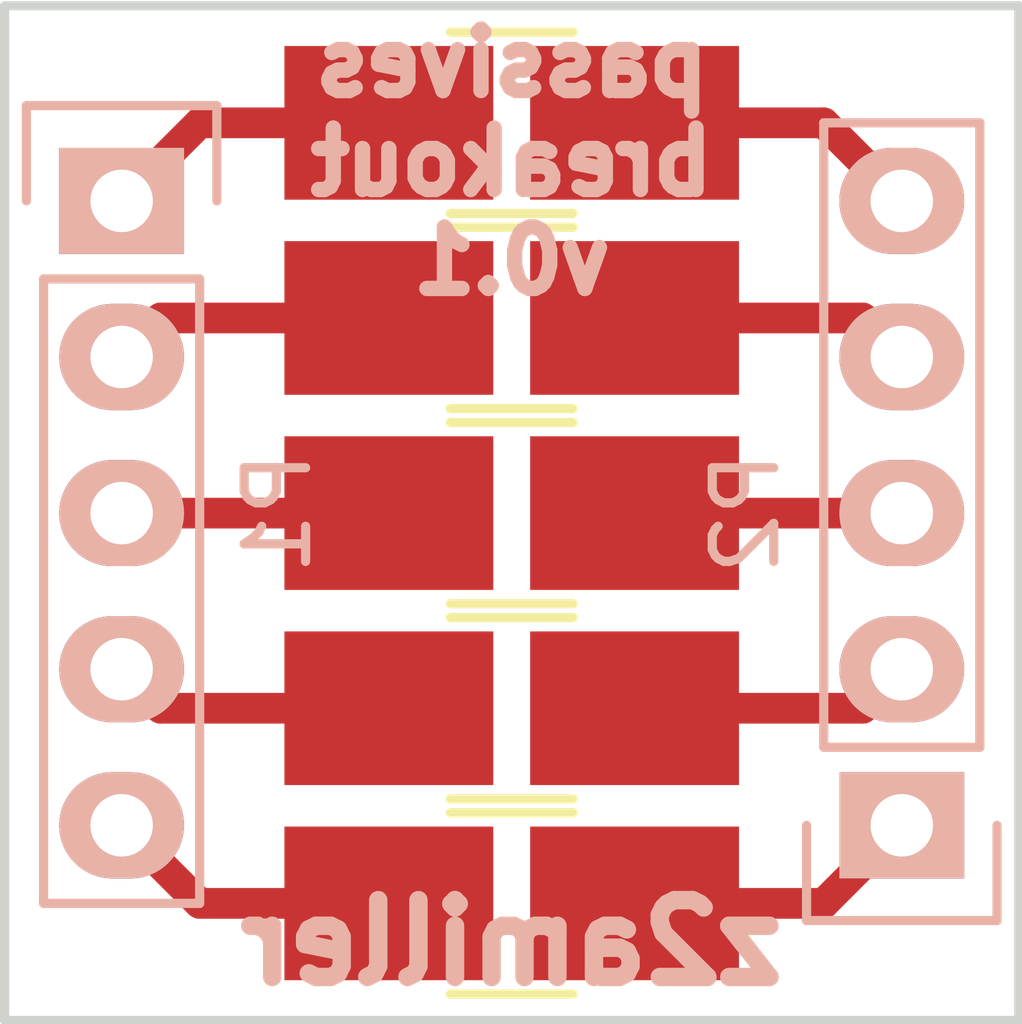
<source format=kicad_pcb>
(kicad_pcb (version 4) (host pcbnew "(2015-10-28 BZR 6285)-product")

  (general
    (links 10)
    (no_connects 0)
    (area 195.551667 81.265 218.468334 100.595)
    (thickness 1.6)
    (drawings 7)
    (tracks 18)
    (zones 0)
    (modules 7)
    (nets 11)
  )

  (page A4)
  (layers
    (0 F.Cu signal)
    (31 B.Cu signal)
    (32 B.Adhes user)
    (33 F.Adhes user)
    (34 B.Paste user)
    (35 F.Paste user)
    (36 B.SilkS user)
    (37 F.SilkS user)
    (38 B.Mask user)
    (39 F.Mask user)
    (40 Dwgs.User user)
    (41 Cmts.User user)
    (42 Eco1.User user)
    (43 Eco2.User user)
    (44 Edge.Cuts user)
    (45 Margin user)
    (46 B.CrtYd user)
    (47 F.CrtYd user)
    (48 B.Fab user)
    (49 F.Fab user)
  )

  (setup
    (last_trace_width 0.25)
    (trace_clearance 0.2)
    (zone_clearance 0.508)
    (zone_45_only no)
    (trace_min 0.2)
    (segment_width 0.2)
    (edge_width 0.15)
    (via_size 0.6)
    (via_drill 0.4)
    (via_min_size 0.4)
    (via_min_drill 0.3)
    (uvia_size 0.3)
    (uvia_drill 0.1)
    (uvias_allowed no)
    (uvia_min_size 0.2)
    (uvia_min_drill 0.1)
    (pcb_text_width 0.3)
    (pcb_text_size 1.5 1.5)
    (mod_edge_width 0.15)
    (mod_text_size 1 1)
    (mod_text_width 0.15)
    (pad_size 3.2 2.5)
    (pad_drill 0)
    (pad_to_mask_clearance 0.2)
    (aux_axis_origin 0 0)
    (grid_origin 200.66 100.33)
    (visible_elements FFFFFF7F)
    (pcbplotparams
      (layerselection 0x010f0_80000001)
      (usegerberextensions true)
      (excludeedgelayer true)
      (linewidth 0.100000)
      (plotframeref false)
      (viasonmask false)
      (mode 1)
      (useauxorigin false)
      (hpglpennumber 1)
      (hpglpenspeed 20)
      (hpglpendiameter 15)
      (hpglpenoverlay 2)
      (psnegative false)
      (psa4output false)
      (plotreference true)
      (plotvalue true)
      (plotinvisibletext false)
      (padsonsilk false)
      (subtractmaskfromsilk false)
      (outputformat 1)
      (mirror false)
      (drillshape 0)
      (scaleselection 1)
      (outputdirectory gerber))
  )

  (net 0 "")
  (net 1 "Net-(P1-Pad1)")
  (net 2 "Net-(P1-Pad2)")
  (net 3 "Net-(P1-Pad3)")
  (net 4 "Net-(P1-Pad4)")
  (net 5 "Net-(P1-Pad5)")
  (net 6 "Net-(P2-Pad1)")
  (net 7 "Net-(P2-Pad2)")
  (net 8 "Net-(P2-Pad3)")
  (net 9 "Net-(P2-Pad4)")
  (net 10 "Net-(P2-Pad5)")

  (net_class Default "This is the default net class."
    (clearance 0.2)
    (trace_width 0.25)
    (via_dia 0.6)
    (via_drill 0.4)
    (uvia_dia 0.3)
    (uvia_drill 0.1)
  )

  (net_class thick ""
    (clearance 0.2)
    (trace_width 0.5)
    (via_dia 0.6)
    (via_drill 0.4)
    (uvia_dia 0.3)
    (uvia_drill 0.1)
    (add_net "Net-(P1-Pad1)")
    (add_net "Net-(P1-Pad2)")
    (add_net "Net-(P1-Pad3)")
    (add_net "Net-(P1-Pad4)")
    (add_net "Net-(P1-Pad5)")
    (add_net "Net-(P2-Pad1)")
    (add_net "Net-(P2-Pad2)")
    (add_net "Net-(P2-Pad3)")
    (add_net "Net-(P2-Pad4)")
    (add_net "Net-(P2-Pad5)")
  )

  (module Pin_Headers:Pin_Header_Straight_1x05 (layer B.Cu) (tedit 5649619C) (tstamp 564956B8)
    (at 200.66 86.36 180)
    (descr "Through hole pin header")
    (tags "pin header")
    (path /56495645)
    (fp_text reference P1 (at -2.54 -5.08 450) (layer B.SilkS)
      (effects (font (size 1 1) (thickness 0.15)) (justify mirror))
    )
    (fp_text value CONN_01X05 (at 0 3.1 180) (layer B.Fab) hide
      (effects (font (size 1 1) (thickness 0.15)) (justify mirror))
    )
    (fp_line (start -1.55 0) (end -1.55 1.55) (layer B.SilkS) (width 0.15))
    (fp_line (start -1.55 1.55) (end 1.55 1.55) (layer B.SilkS) (width 0.15))
    (fp_line (start 1.55 1.55) (end 1.55 0) (layer B.SilkS) (width 0.15))
    (fp_line (start -1.75 1.75) (end -1.75 -11.95) (layer B.CrtYd) (width 0.05))
    (fp_line (start 1.75 1.75) (end 1.75 -11.95) (layer B.CrtYd) (width 0.05))
    (fp_line (start -1.75 1.75) (end 1.75 1.75) (layer B.CrtYd) (width 0.05))
    (fp_line (start -1.75 -11.95) (end 1.75 -11.95) (layer B.CrtYd) (width 0.05))
    (fp_line (start 1.27 -1.27) (end 1.27 -11.43) (layer B.SilkS) (width 0.15))
    (fp_line (start 1.27 -11.43) (end -1.27 -11.43) (layer B.SilkS) (width 0.15))
    (fp_line (start -1.27 -11.43) (end -1.27 -1.27) (layer B.SilkS) (width 0.15))
    (fp_line (start 1.27 -1.27) (end -1.27 -1.27) (layer B.SilkS) (width 0.15))
    (pad 1 thru_hole rect (at 0 0 180) (size 2.032 1.7272) (drill 1.016) (layers *.Cu *.Mask B.SilkS)
      (net 1 "Net-(P1-Pad1)"))
    (pad 2 thru_hole oval (at 0 -2.54 180) (size 2.032 1.7272) (drill 1.016) (layers *.Cu *.Mask B.SilkS)
      (net 2 "Net-(P1-Pad2)"))
    (pad 3 thru_hole oval (at 0 -5.08 180) (size 2.032 1.7272) (drill 1.016) (layers *.Cu *.Mask B.SilkS)
      (net 3 "Net-(P1-Pad3)"))
    (pad 4 thru_hole oval (at 0 -7.62 180) (size 2.032 1.7272) (drill 1.016) (layers *.Cu *.Mask B.SilkS)
      (net 4 "Net-(P1-Pad4)"))
    (pad 5 thru_hole oval (at 0 -10.16 180) (size 2.032 1.7272) (drill 1.016) (layers *.Cu *.Mask B.SilkS)
      (net 5 "Net-(P1-Pad5)"))
    (model Pin_Headers.3dshapes/Pin_Header_Straight_1x05.wrl
      (at (xyz 0 -0.2 0))
      (scale (xyz 1 1 1))
      (rotate (xyz 0 0 90))
    )
  )

  (module Pin_Headers:Pin_Header_Straight_1x05 (layer B.Cu) (tedit 564961A3) (tstamp 564956C1)
    (at 213.36 96.52)
    (descr "Through hole pin header")
    (tags "pin header")
    (path /56495613)
    (fp_text reference P2 (at -2.54 -5.08 270) (layer B.SilkS)
      (effects (font (size 1 1) (thickness 0.15)) (justify mirror))
    )
    (fp_text value CONN_01X05 (at 0 3.1) (layer B.Fab) hide
      (effects (font (size 1 1) (thickness 0.15)) (justify mirror))
    )
    (fp_line (start -1.55 0) (end -1.55 1.55) (layer B.SilkS) (width 0.15))
    (fp_line (start -1.55 1.55) (end 1.55 1.55) (layer B.SilkS) (width 0.15))
    (fp_line (start 1.55 1.55) (end 1.55 0) (layer B.SilkS) (width 0.15))
    (fp_line (start -1.75 1.75) (end -1.75 -11.95) (layer B.CrtYd) (width 0.05))
    (fp_line (start 1.75 1.75) (end 1.75 -11.95) (layer B.CrtYd) (width 0.05))
    (fp_line (start -1.75 1.75) (end 1.75 1.75) (layer B.CrtYd) (width 0.05))
    (fp_line (start -1.75 -11.95) (end 1.75 -11.95) (layer B.CrtYd) (width 0.05))
    (fp_line (start 1.27 -1.27) (end 1.27 -11.43) (layer B.SilkS) (width 0.15))
    (fp_line (start 1.27 -11.43) (end -1.27 -11.43) (layer B.SilkS) (width 0.15))
    (fp_line (start -1.27 -11.43) (end -1.27 -1.27) (layer B.SilkS) (width 0.15))
    (fp_line (start 1.27 -1.27) (end -1.27 -1.27) (layer B.SilkS) (width 0.15))
    (pad 1 thru_hole rect (at 0 0) (size 2.032 1.7272) (drill 1.016) (layers *.Cu *.Mask B.SilkS)
      (net 6 "Net-(P2-Pad1)"))
    (pad 2 thru_hole oval (at 0 -2.54) (size 2.032 1.7272) (drill 1.016) (layers *.Cu *.Mask B.SilkS)
      (net 7 "Net-(P2-Pad2)"))
    (pad 3 thru_hole oval (at 0 -5.08) (size 2.032 1.7272) (drill 1.016) (layers *.Cu *.Mask B.SilkS)
      (net 8 "Net-(P2-Pad3)"))
    (pad 4 thru_hole oval (at 0 -7.62) (size 2.032 1.7272) (drill 1.016) (layers *.Cu *.Mask B.SilkS)
      (net 9 "Net-(P2-Pad4)"))
    (pad 5 thru_hole oval (at 0 -10.16) (size 2.032 1.7272) (drill 1.016) (layers *.Cu *.Mask B.SilkS)
      (net 10 "Net-(P2-Pad5)"))
    (model Pin_Headers.3dshapes/Pin_Header_Straight_1x05.wrl
      (at (xyz 0 -0.2 0))
      (scale (xyz 1 1 1))
      (rotate (xyz 0 0 90))
    )
  )

  (module Resistors_SMD:R_1210_HandSoldering (layer F.Cu) (tedit 5649618A) (tstamp 564956C7)
    (at 207.01 97.79 180)
    (descr "Resistor SMD 1210, hand soldering")
    (tags "resistor 1210")
    (path /56495682)
    (attr smd)
    (fp_text reference R1 (at 0 -0.635 180) (layer F.SilkS) hide
      (effects (font (size 1 1) (thickness 0.15)))
    )
    (fp_text value R_Small (at 0 2.7 180) (layer F.Fab) hide
      (effects (font (size 1 1) (thickness 0.15)))
    )
    (fp_line (start -3.3 -1.6) (end 3.3 -1.6) (layer F.CrtYd) (width 0.05))
    (fp_line (start -3.3 1.6) (end 3.3 1.6) (layer F.CrtYd) (width 0.05))
    (fp_line (start -3.3 -1.6) (end -3.3 1.6) (layer F.CrtYd) (width 0.05))
    (fp_line (start 3.3 -1.6) (end 3.3 1.6) (layer F.CrtYd) (width 0.05))
    (fp_line (start 1 1.475) (end -1 1.475) (layer F.SilkS) (width 0.15))
    (fp_line (start -1 -1.475) (end 1 -1.475) (layer F.SilkS) (width 0.15))
    (pad 1 smd rect (at -2 0 180) (size 3.4 2.5) (layers F.Cu F.Paste F.Mask)
      (net 6 "Net-(P2-Pad1)"))
    (pad 2 smd rect (at 2 0 180) (size 3.4 2.5) (layers F.Cu F.Paste F.Mask)
      (net 5 "Net-(P1-Pad5)"))
    (model Resistors_SMD.3dshapes/R_1210_HandSoldering.wrl
      (at (xyz 0 0 0))
      (scale (xyz 1 1 1))
      (rotate (xyz 0 0 0))
    )
  )

  (module Resistors_SMD:R_1210_HandSoldering (layer F.Cu) (tedit 5649617A) (tstamp 564956CD)
    (at 207.01 94.615 180)
    (descr "Resistor SMD 1210, hand soldering")
    (tags "resistor 1210")
    (path /564956C8)
    (attr smd)
    (fp_text reference R2 (at 0 -0.635 180) (layer F.SilkS) hide
      (effects (font (size 1 1) (thickness 0.15)))
    )
    (fp_text value R_Small (at 0 2.7 180) (layer F.Fab) hide
      (effects (font (size 1 1) (thickness 0.15)))
    )
    (fp_line (start -3.3 -1.6) (end 3.3 -1.6) (layer F.CrtYd) (width 0.05))
    (fp_line (start -3.3 1.6) (end 3.3 1.6) (layer F.CrtYd) (width 0.05))
    (fp_line (start -3.3 -1.6) (end -3.3 1.6) (layer F.CrtYd) (width 0.05))
    (fp_line (start 3.3 -1.6) (end 3.3 1.6) (layer F.CrtYd) (width 0.05))
    (fp_line (start 1 1.475) (end -1 1.475) (layer F.SilkS) (width 0.15))
    (fp_line (start -1 -1.475) (end 1 -1.475) (layer F.SilkS) (width 0.15))
    (pad 1 smd rect (at -2 0 180) (size 3.4 2.5) (layers F.Cu F.Paste F.Mask)
      (net 7 "Net-(P2-Pad2)"))
    (pad 2 smd rect (at 2 0 180) (size 3.4 2.5) (layers F.Cu F.Paste F.Mask)
      (net 4 "Net-(P1-Pad4)"))
    (model Resistors_SMD.3dshapes/R_1210_HandSoldering.wrl
      (at (xyz 0 0 0))
      (scale (xyz 1 1 1))
      (rotate (xyz 0 0 0))
    )
  )

  (module Resistors_SMD:R_1210_HandSoldering (layer F.Cu) (tedit 5649616F) (tstamp 564956D3)
    (at 207.01 91.44 180)
    (descr "Resistor SMD 1210, hand soldering")
    (tags "resistor 1210")
    (path /564956F6)
    (attr smd)
    (fp_text reference R3 (at 0 -0.635 180) (layer F.SilkS) hide
      (effects (font (size 1 1) (thickness 0.15)))
    )
    (fp_text value R_Small (at 0 2.7 180) (layer F.Fab) hide
      (effects (font (size 1 1) (thickness 0.15)))
    )
    (fp_line (start -3.3 -1.6) (end 3.3 -1.6) (layer F.CrtYd) (width 0.05))
    (fp_line (start -3.3 1.6) (end 3.3 1.6) (layer F.CrtYd) (width 0.05))
    (fp_line (start -3.3 -1.6) (end -3.3 1.6) (layer F.CrtYd) (width 0.05))
    (fp_line (start 3.3 -1.6) (end 3.3 1.6) (layer F.CrtYd) (width 0.05))
    (fp_line (start 1 1.475) (end -1 1.475) (layer F.SilkS) (width 0.15))
    (fp_line (start -1 -1.475) (end 1 -1.475) (layer F.SilkS) (width 0.15))
    (pad 1 smd rect (at -2 0 180) (size 3.4 2.5) (layers F.Cu F.Paste F.Mask)
      (net 8 "Net-(P2-Pad3)"))
    (pad 2 smd rect (at 2 0 180) (size 3.4 2.5) (layers F.Cu F.Paste F.Mask)
      (net 3 "Net-(P1-Pad3)"))
    (model Resistors_SMD.3dshapes/R_1210_HandSoldering.wrl
      (at (xyz 0 0 0))
      (scale (xyz 1 1 1))
      (rotate (xyz 0 0 0))
    )
  )

  (module Resistors_SMD:R_1210_HandSoldering (layer F.Cu) (tedit 56496157) (tstamp 564956D9)
    (at 207.01 88.265 180)
    (descr "Resistor SMD 1210, hand soldering")
    (tags "resistor 1210")
    (path /5649571A)
    (attr smd)
    (fp_text reference R4 (at 0 -0.635 180) (layer F.SilkS) hide
      (effects (font (size 1 1) (thickness 0.15)))
    )
    (fp_text value R_Small (at 0 2.7 180) (layer F.Fab) hide
      (effects (font (size 1 1) (thickness 0.15)))
    )
    (fp_line (start -3.3 -1.6) (end 3.3 -1.6) (layer F.CrtYd) (width 0.05))
    (fp_line (start -3.3 1.6) (end 3.3 1.6) (layer F.CrtYd) (width 0.05))
    (fp_line (start -3.3 -1.6) (end -3.3 1.6) (layer F.CrtYd) (width 0.05))
    (fp_line (start 3.3 -1.6) (end 3.3 1.6) (layer F.CrtYd) (width 0.05))
    (fp_line (start 1 1.475) (end -1 1.475) (layer F.SilkS) (width 0.15))
    (fp_line (start -1 -1.475) (end 1 -1.475) (layer F.SilkS) (width 0.15))
    (pad 1 smd rect (at -2 0 180) (size 3.4 2.5) (layers F.Cu F.Paste F.Mask)
      (net 9 "Net-(P2-Pad4)"))
    (pad 2 smd rect (at 2 0 180) (size 3.4 2.5) (layers F.Cu F.Paste F.Mask)
      (net 2 "Net-(P1-Pad2)"))
    (model Resistors_SMD.3dshapes/R_1210_HandSoldering.wrl
      (at (xyz 0 0 0))
      (scale (xyz 1 1 1))
      (rotate (xyz 0 0 0))
    )
  )

  (module Resistors_SMD:R_1210_HandSoldering (layer F.Cu) (tedit 56496432) (tstamp 564956DF)
    (at 207.01 85.09 180)
    (descr "Resistor SMD 1210, hand soldering")
    (tags "resistor 1210")
    (path /5649573E)
    (attr smd)
    (fp_text reference R5 (at 0 -0.635 180) (layer F.SilkS) hide
      (effects (font (size 1 1) (thickness 0.15)))
    )
    (fp_text value R_Small (at 0 2.7 180) (layer F.Fab) hide
      (effects (font (size 1 1) (thickness 0.15)))
    )
    (fp_line (start -3.3 -1.6) (end 3.3 -1.6) (layer F.CrtYd) (width 0.05))
    (fp_line (start -3.3 1.6) (end 3.3 1.6) (layer F.CrtYd) (width 0.05))
    (fp_line (start -3.3 -1.6) (end -3.3 1.6) (layer F.CrtYd) (width 0.05))
    (fp_line (start 3.3 -1.6) (end 3.3 1.6) (layer F.CrtYd) (width 0.05))
    (fp_line (start 1 1.475) (end -1 1.475) (layer F.SilkS) (width 0.15))
    (fp_line (start -1 -1.475) (end 1 -1.475) (layer F.SilkS) (width 0.15))
    (pad 1 smd rect (at -2 0 180) (size 3.4 2.5) (layers F.Cu F.Paste F.Mask)
      (net 10 "Net-(P2-Pad5)"))
    (pad 2 smd rect (at 2 0 180) (size 3.4 2.5) (layers F.Cu F.Paste F.Mask)
      (net 1 "Net-(P1-Pad1)"))
    (model Resistors_SMD.3dshapes/R_1210_HandSoldering.wrl
      (at (xyz 0 0 0))
      (scale (xyz 1 1 1))
      (rotate (xyz 0 0 0))
    )
  )

  (gr_text "passives\nbreakout\nv0.1" (at 207.01 85.725) (layer B.SilkS)
    (effects (font (size 1 1) (thickness 0.25)) (justify mirror))
  )
  (gr_text z2amiller (at 207.01 98.425) (layer B.SilkS)
    (effects (font (size 1.25 1.25) (thickness 0.3)) (justify mirror))
  )
  (gr_line (start 215.265 83.185) (end 215.265 83.82) (angle 90) (layer Edge.Cuts) (width 0.15))
  (gr_line (start 198.755 83.185) (end 215.265 83.185) (angle 90) (layer Edge.Cuts) (width 0.15))
  (gr_line (start 198.755 99.695) (end 198.755 83.185) (angle 90) (layer Edge.Cuts) (width 0.15))
  (gr_line (start 215.265 99.695) (end 198.755 99.695) (angle 90) (layer Edge.Cuts) (width 0.15))
  (gr_line (start 215.265 83.82) (end 215.265 99.695) (angle 90) (layer Edge.Cuts) (width 0.15))

  (segment (start 200.66 86.36) (end 201.93 85.09) (width 0.5) (layer F.Cu) (net 1) (status 400010))
  (segment (start 201.93 85.09) (end 205.01 85.09) (width 0.5) (layer F.Cu) (net 1) (tstamp 564962A1) (status 800020))
  (segment (start 200.66 88.9) (end 201.295 88.265) (width 0.5) (layer F.Cu) (net 2) (status C00030))
  (segment (start 201.295 88.265) (end 205.01 88.265) (width 0.5) (layer F.Cu) (net 2) (tstamp 564962A4) (status C00030))
  (segment (start 200.66 91.44) (end 205.01 91.44) (width 0.5) (layer F.Cu) (net 3) (status C00030))
  (segment (start 200.66 93.98) (end 201.295 94.615) (width 0.5) (layer F.Cu) (net 4) (status C00030))
  (segment (start 201.295 94.615) (end 205.01 94.615) (width 0.5) (layer F.Cu) (net 4) (tstamp 564962A9) (status C00030))
  (segment (start 200.66 96.52) (end 201.93 97.79) (width 0.5) (layer F.Cu) (net 5) (status 400010))
  (segment (start 201.93 97.79) (end 205.01 97.79) (width 0.5) (layer F.Cu) (net 5) (tstamp 564962AC) (status 800020))
  (segment (start 213.36 96.52) (end 212.09 97.79) (width 0.5) (layer F.Cu) (net 6) (status 400010))
  (segment (start 212.09 97.79) (end 209.01 97.79) (width 0.5) (layer F.Cu) (net 6) (tstamp 564962BA) (status 800020))
  (segment (start 213.36 93.98) (end 212.725 94.615) (width 0.5) (layer F.Cu) (net 7) (status C00030))
  (segment (start 212.725 94.615) (end 209.01 94.615) (width 0.5) (layer F.Cu) (net 7) (tstamp 564962B7) (status C00030))
  (segment (start 213.36 91.44) (end 209.01 91.44) (width 0.5) (layer F.Cu) (net 8) (status C00030))
  (segment (start 213.36 88.9) (end 212.725 88.265) (width 0.5) (layer F.Cu) (net 9) (status C00030))
  (segment (start 212.725 88.265) (end 209.01 88.265) (width 0.5) (layer F.Cu) (net 9) (tstamp 564962B2) (status C00030))
  (segment (start 213.36 86.36) (end 212.09 85.09) (width 0.5) (layer F.Cu) (net 10) (status 400010))
  (segment (start 212.09 85.09) (end 209.01 85.09) (width 0.5) (layer F.Cu) (net 10) (tstamp 564962AF) (status 800020))

)

</source>
